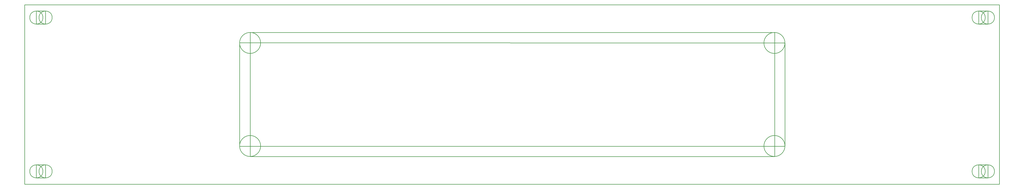
<source format=gko>
G04 Layer: BoardOutlineLayer*
G04 EasyEDA v6.5.29, 2023-07-18 11:26:45*
G04 743c0ef807604322ad642cff3a22bc6f,5a6b42c53f6a479593ecc07194224c93,10*
G04 Gerber Generator version 0.2*
G04 Scale: 100 percent, Rotated: No, Reflected: No *
G04 Dimensions in millimeters *
G04 leading zeros omitted , absolute positions ,4 integer and 5 decimal *
%FSLAX45Y45*%
%MOMM*%

%ADD10C,0.2540*%
D10*
X0Y8889982D02*
G01*
X48260000Y8890000D01*
X48260000Y0D01*
X0Y-3070D01*
X0Y8889982D01*
G75*
G01*
X254000Y635005D02*
G02*
X904397Y635005I325199J0D01*
G75*
G01*
X904397Y635005D02*
G02*
X254000Y635005I-325198J0D01*
X254000Y635005D02*
G01*
X254000Y635005D01*
X579198Y959998D02*
G01*
X579198Y309986D01*
X579198Y309986D02*
G01*
X1036398Y309986D01*
X1036398Y309986D02*
G01*
X1036398Y959998D01*
X1036398Y959998D02*
G01*
X579198Y959998D01*
G75*
G01*
X711200Y635005D02*
G02*
X1361597Y635005I325199J0D01*
G75*
G01*
X1361597Y635005D02*
G02*
X711200Y635005I-325198J0D01*
X711200Y635005D02*
G01*
X711200Y635005D01*
G75*
G01*
X47365696Y635005D02*
G02*
X48016094Y635005I325199J0D01*
G75*
G01*
X48016094Y635005D02*
G02*
X47365696Y635005I-325199J0D01*
X47365696Y635005D02*
G01*
X47365696Y635005D01*
X47233695Y959998D02*
G01*
X47233695Y309986D01*
X47233695Y309986D02*
G01*
X47690895Y309986D01*
X47690895Y309986D02*
G01*
X47690895Y959998D01*
X47690895Y959998D02*
G01*
X47233695Y959998D01*
G75*
G01*
X46908496Y635005D02*
G02*
X47558894Y635005I325199J0D01*
G75*
G01*
X47558894Y635005D02*
G02*
X46908496Y635005I-325199J0D01*
X46908496Y635005D02*
G01*
X46908496Y635005D01*
G75*
G01*
X254000Y8255000D02*
G02*
X904397Y8255000I325199J0D01*
G75*
G01*
X904397Y8255000D02*
G02*
X254000Y8255000I-325198J0D01*
X254000Y8255000D02*
G01*
X254000Y8255000D01*
X579198Y8579993D02*
G01*
X579198Y7929981D01*
X579198Y7929981D02*
G01*
X1036398Y7929981D01*
X1036398Y7929981D02*
G01*
X1036398Y8579993D01*
X1036398Y8579993D02*
G01*
X579198Y8579993D01*
G75*
G01*
X711200Y8255000D02*
G02*
X1361597Y8255000I325199J0D01*
G75*
G01*
X1361597Y8255000D02*
G02*
X711200Y8255000I-325198J0D01*
X711200Y8255000D02*
G01*
X711200Y8255000D01*
G75*
G01*
X47365696Y8255000D02*
G02*
X48016094Y8255000I325199J0D01*
G75*
G01*
X48016094Y8255000D02*
G02*
X47365696Y8255000I-325199J0D01*
X47365696Y8255000D02*
G01*
X47365696Y8255000D01*
X47233695Y8579993D02*
G01*
X47233695Y7929981D01*
X47233695Y7929981D02*
G01*
X47690895Y7929981D01*
X47690895Y7929981D02*
G01*
X47690895Y8579993D01*
X47690895Y8579993D02*
G01*
X47233695Y8579993D01*
G75*
G01*
X46908496Y8255000D02*
G02*
X47558894Y8255000I325199J0D01*
G75*
G01*
X47558894Y8255000D02*
G02*
X46908496Y8255000I-325199J0D01*
X46908496Y8255000D02*
G01*
X46908496Y8255000D01*
X10642600Y7010400D02*
G01*
X10642600Y1879600D01*
X10642600Y1879600D02*
G01*
X37642800Y1879600D01*
X37642800Y1879600D02*
G01*
X37642800Y6997700D01*
X37642800Y6997700D02*
G01*
X10642600Y7010400D01*
X11163300Y7518400D02*
G01*
X11163300Y1371600D01*
X11163300Y1371600D02*
G01*
X37134800Y1371600D01*
X37134800Y1371600D02*
G01*
X37134800Y7518400D01*
X37134800Y7518400D02*
G01*
X11163300Y7518400D01*
G75*
G01*
X10642600Y1892295D02*
G02*
X11684000Y1892295I520700J0D01*
G75*
G01*
X11684000Y1892295D02*
G02*
X10642600Y1892295I-520700J0D01*
X10642600Y1892294D02*
G01*
X10642600Y1892294D01*
G75*
G01*
X36601400Y1892303D02*
G02*
X37642800Y1892303I520700J0D01*
G75*
G01*
X37642800Y1892303D02*
G02*
X36601400Y1892303I-520700J0D01*
X36601400Y1892302D02*
G01*
X36601400Y1892302D01*
G75*
G01*
X36601400Y6997703D02*
G02*
X37642800Y6997703I520700J0D01*
G75*
G01*
X37642800Y6997703D02*
G02*
X36601400Y6997703I-520700J0D01*
X36601400Y6997702D02*
G01*
X36601400Y6997702D01*
G75*
G01*
X10642600Y6997695D02*
G02*
X11684000Y6997695I520700J0D01*
G75*
G01*
X11684000Y6997695D02*
G02*
X10642600Y6997695I-520700J0D01*
X10642600Y6997694D02*
G01*
X10642600Y6997694D01*

%LPD*%
M02*

</source>
